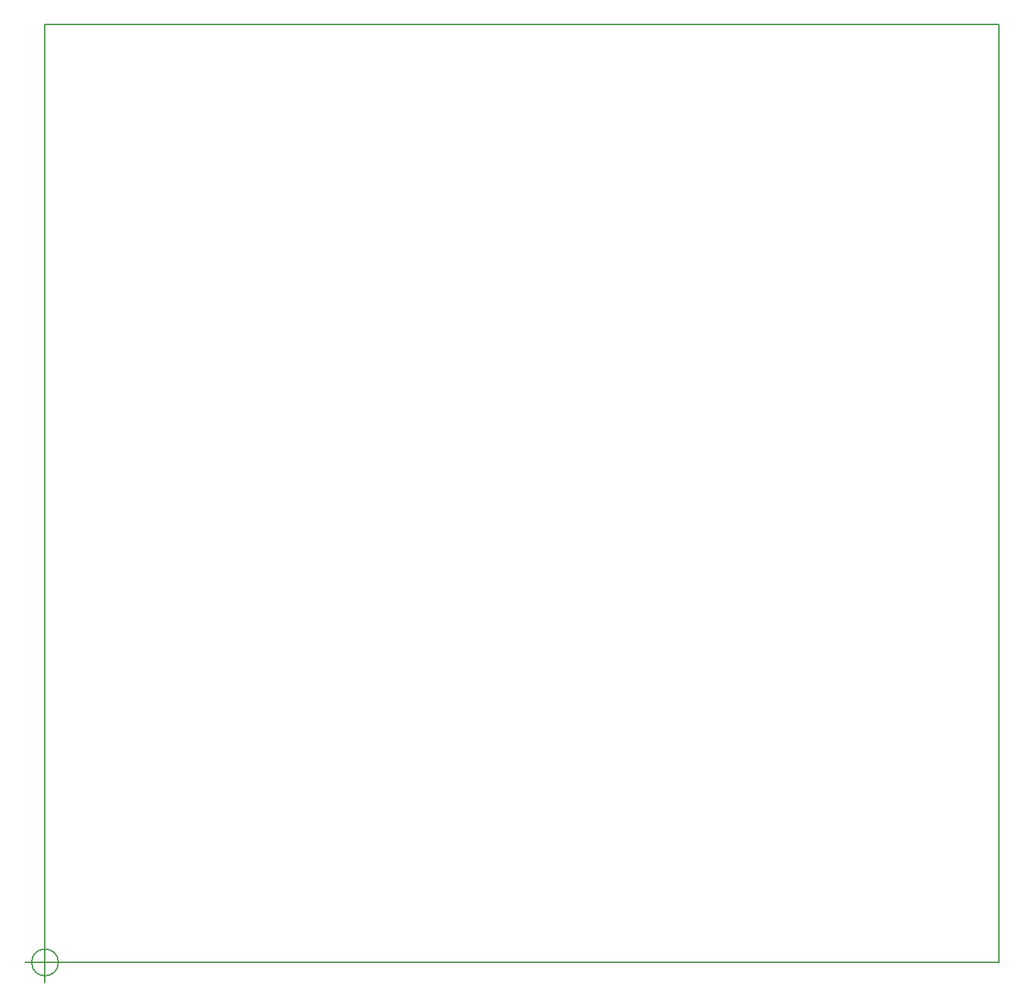
<source format=gm1>
G04 #@! TF.FileFunction,Profile,NP*
%FSLAX46Y46*%
G04 Gerber Fmt 4.6, Leading zero omitted, Abs format (unit mm)*
G04 Created by KiCad (PCBNEW 4.0.1-stable) date 2018/06/12 22:38:54*
%MOMM*%
G01*
G04 APERTURE LIST*
%ADD10C,0.100000*%
%ADD11C,0.150000*%
G04 APERTURE END LIST*
D10*
D11*
X38566666Y-136700000D02*
G75*
G03X38566666Y-136700000I-1666666J0D01*
G01*
X34400000Y-136700000D02*
X39400000Y-136700000D01*
X36900000Y-134200000D02*
X36900000Y-139200000D01*
X156100000Y-19500000D02*
X156100000Y-21200000D01*
X36900000Y-19500000D02*
X156100000Y-19500000D01*
X36900000Y-21200000D02*
X36900000Y-19500000D01*
X156100000Y-136700000D02*
X156100000Y-21200000D01*
X36900000Y-136700000D02*
X156100000Y-136700000D01*
X36900000Y-21200000D02*
X36900000Y-136700000D01*
M02*

</source>
